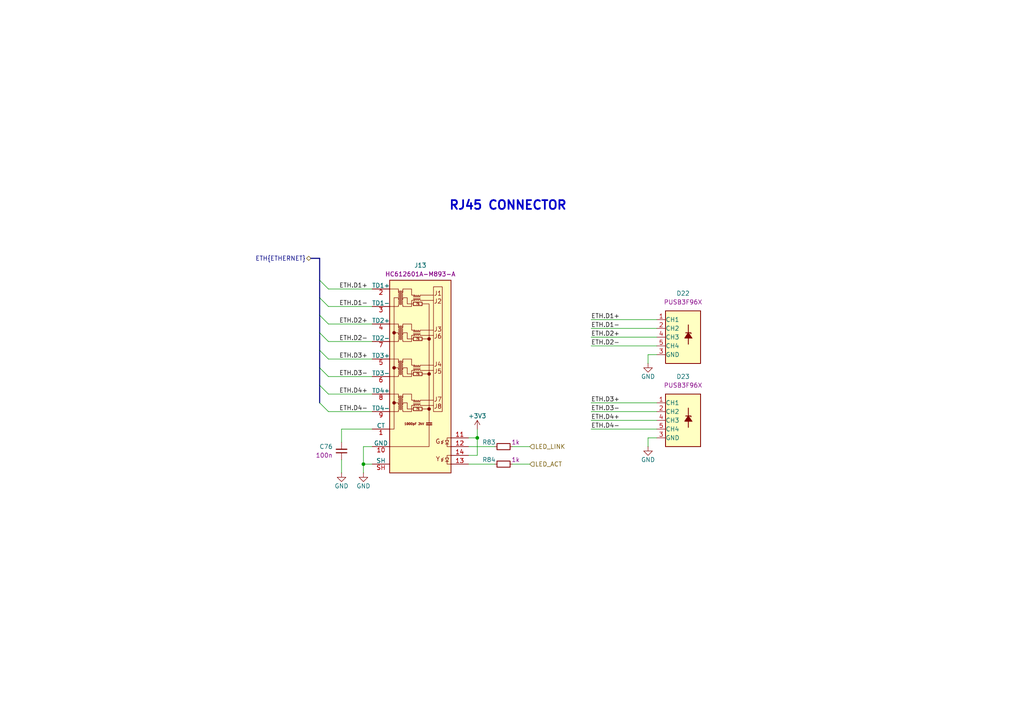
<source format=kicad_sch>
(kicad_sch (version 20250114) (generator "eeschema") (generator_version "9.0")
  (paper "A4")
  (title_block (title "ModuCard CM5 module") (date "2025-07-05") (rev "1.0.0") (company "KoNaR") (comment 1 "Project author: Dominik Pluta"))
  (lib_symbols
    (symbol "DW-TVS:PUSB3F96X" (pin_names (offset 0.002))
      (property "Reference" "D" (at 15.24 0 0))
      (property "MPN" "PUSB3F96X" (at 15.24 -15.24 0))
      (symbol "PUSB3F96X_1_1"
        (rectangle (start 2.54 -12.7) (end 12.7 2.54) (stroke (width 0.254)) (fill (type background)))
        (polyline (pts (xy 8.382 -3.81) (xy 9.906 -3.81) (xy 9.906 -4.064)) (stroke (width 0.254)))
        (polyline (pts (xy 9.144 -1.524) (xy 9.144 -7.112)) (stroke (width 0.254)))
        (polyline (pts (xy 10.16 -5.334) (xy 9.144 -3.81) (xy 8.128 -5.334) (xy 10.16 -5.334)) (stroke (width 0.254)) (fill (type outline)))
        (pin passive line (at 0 0 0) (length 2.54) (name "CH1") (number "1"))
        (pin passive line (at 0 0 0) (length 2.54) (hide yes) (name "CH1") (number "10"))
        (pin passive line (at 0 -2.54 0) (length 2.54) (name "CH2") (number "2"))
        (pin passive line (at 0 -2.54 0) (length 2.54) (hide yes) (name "CH2") (number "9"))
        (pin passive line (at 0 -5.08 0) (length 2.54) (name "CH3") (number "4"))
        (pin passive line (at 0 -5.08 0) (length 2.54) (hide yes) (name "CH3") (number "7"))
        (pin passive line (at 0 -7.62 0) (length 2.54) (name "CH4") (number "5"))
        (pin passive line (at 0 -7.62 0) (length 2.54) (hide yes) (name "CH4") (number "6"))
        (pin passive line (at 0 -10.16 0) (length 2.54) (name "GND") (number "3"))
        (pin passive line (at 0 -10.16 0) (length 2.54) (hide yes) (name "GND") (number "8"))
      )
    )
    (symbol "DW-capacitors:C-100n-0402" (pin_numbers (hide yes)) (pin_names (hide yes))
      (property "Reference" "C" (at 12.7 0 0))
      (property "Val" "100n" (at 12.7 -20.32 0))
      (symbol "C-100n-0402_0_1"
        (polyline (pts (xy 2.032 -1.524) (xy 2.032 1.524)) (stroke (width 0.3048)))
        (polyline (pts (xy 3.048 -1.524) (xy 3.048 1.524)) (stroke (width 0.3302)))
      )
      (symbol "C-100n-0402_1_1"
        (pin passive line (at 0 0 0) (length 2.032) (name "~") (number "1"))
        (pin passive line (at 5.08 0 180) (length 2.032) (name "~") (number "2"))
      )
    )
    (symbol "DW-connectors:RJ45_HC612601A-M893-A" (pin_names (offset 0))
      (property "Reference" "J" (at 25.4 0 0))
      (property "MPN" "HC612601A-M893-A" (at 25.4 -15.24 0))
      (symbol "RJ45_HC612601A-M893-A_0_0"
        (polyline (pts (xy 6.35 -2.54) (xy 7.62 -2.54)))
        (circle (center 6.35 -12.7) (radius 0.0001) (stroke (width 0.508)))
        (polyline (pts (xy 6.35 -22.86) (xy 7.62 -22.86)))
        (circle (center 6.35 -22.86) (radius 0.0001) (stroke (width 0.508)))
        (polyline (pts (xy 6.35 -33.02) (xy 7.62 -33.02)))
        (circle (center 6.35 -33.02) (radius 0.0001) (stroke (width 0.508)))
        (polyline (pts (xy 7.62 -12.7) (xy 6.35 -12.7)))
        (polyline (pts (xy 11.938 -4.318) (xy 10.16 -4.318) (xy 10.16 -2.54) (xy 8.89 -2.54)))
        (polyline (pts (xy 11.938 -14.478) (xy 10.16 -14.478) (xy 10.16 -12.7) (xy 8.89 -12.7)))
        (polyline (pts (xy 11.938 -24.638) (xy 10.16 -24.638) (xy 10.16 -22.86) (xy 8.89 -22.86)))
        (polyline (pts (xy 11.938 -34.798) (xy 10.16 -34.798) (xy 10.16 -33.02) (xy 8.89 -33.02)))
        (polyline (pts (xy 13.97 -1.778) (xy 17.78 -1.778)))
        (polyline (pts (xy 13.97 -3.302) (xy 17.78 -3.302)))
        (polyline (pts (xy 13.97 -11.938) (xy 17.78 -11.938)))
        (polyline (pts (xy 13.97 -13.462) (xy 17.78 -13.462)))
        (polyline (pts (xy 13.97 -22.098) (xy 17.78 -22.098)))
        (polyline (pts (xy 13.97 -23.622) (xy 17.78 -23.622)))
        (polyline (pts (xy 13.97 -32.258) (xy 17.78 -32.258)))
        (polyline (pts (xy 13.97 -33.782) (xy 17.78 -33.782)))
        (polyline (pts (xy 14.478 -34.798) (xy 16.51 -34.798)))
        (circle (center 16.51 -14.478) (radius 0.0001) (stroke (width 0.508)))
        (circle (center 16.51 -24.638) (radius 0.0001) (stroke (width 0.508)))
        (circle (center 16.51 -34.798) (radius 0.0001) (stroke (width 0.508)))
        (text "1000pF 2kV" (at 12.192 -39.116 0) (effects (font (size 0.635 0.635))))
        (text "G" (at 19.05 -44.196 0) (effects (font (size 1.27 1.27))))
        (text "Y" (at 19.05 -49.276 0) (effects (font (size 1.27 1.27))))
      )
      (symbol "RJ45_HC612601A-M893-A_0_1"
        (rectangle (start 5.08 2.54) (end 22.86 -53.34) (stroke (width 0.254)) (fill (type background)))
        (polyline (pts (xy 5.08 -40.64) (xy 6.35 -40.64) (xy 6.35 -2.54)))
        (circle (center 7.5946 -0.762) (radius 0.0762) (stroke (width 0.0254)) (fill (type outline)))
        (circle (center 7.5946 -2.794) (radius 0.0762) (stroke (width 0.0254)) (fill (type outline)))
        (circle (center 7.5946 -10.922) (radius 0.0762) (stroke (width 0.0254)) (fill (type outline)))
        (circle (center 7.5946 -12.954) (radius 0.0762) (stroke (width 0.0254)) (fill (type outline)))
        (circle (center 7.5946 -21.082) (radius 0.0762) (stroke (width 0.0254)) (fill (type outline)))
        (circle (center 7.5946 -23.114) (radius 0.0762) (stroke (width 0.0254)) (fill (type outline)))
        (circle (center 7.5946 -31.242) (radius 0.0762) (stroke (width 0.0254)) (fill (type outline)))
        (circle (center 7.5946 -33.274) (radius 0.0762) (stroke (width 0.0254)) (fill (type outline)))
        (arc (start 7.62 -2.032) (mid 7.873 -2.286) (end 7.62 -2.54))
        (arc (start 7.62 -2.54) (mid 7.873 -2.794) (end 7.62 -3.048))
        (arc (start 7.62 -12.192) (mid 7.873 -12.446) (end 7.62 -12.7))
        (arc (start 7.62 -12.7) (mid 7.873 -12.954) (end 7.62 -13.208))
        (arc (start 7.62 -22.352) (mid 7.873 -22.606) (end 7.62 -22.86))
        (arc (start 7.62 -22.86) (mid 7.873 -23.114) (end 7.62 -23.368))
        (arc (start 7.62 -32.512) (mid 7.873 -32.766) (end 7.62 -33.02))
        (arc (start 7.62 -33.02) (mid 7.873 -33.274) (end 7.62 -33.528))
        (polyline (pts (xy 7.62 -0.508) (xy 7.62 0) (xy 5.08 0)))
        (arc (start 7.62 -0.508) (mid 7.873 -0.762) (end 7.62 -1.016))
        (arc (start 7.62 -1.016) (mid 7.874 -1.27) (end 7.62 -1.524))
        (arc (start 7.62 -1.524) (mid 7.873 -1.778) (end 7.62 -2.032))
        (arc (start 7.62 -3.048) (mid 7.873 -3.302) (end 7.62 -3.556))
        (arc (start 7.62 -3.556) (mid 7.874 -3.81) (end 7.62 -4.064))
        (arc (start 7.62 -4.064) (mid 7.873 -4.318) (end 7.62 -4.572))
        (polyline (pts (xy 7.62 -4.572) (xy 7.62 -5.08) (xy 5.08 -5.08)))
        (polyline (pts (xy 7.62 -10.668) (xy 7.62 -10.16) (xy 5.08 -10.16)))
        (arc (start 7.62 -10.668) (mid 7.873 -10.922) (end 7.62 -11.176))
        (arc (start 7.62 -11.176) (mid 7.874 -11.43) (end 7.62 -11.684))
        (arc (start 7.62 -11.684) (mid 7.873 -11.938) (end 7.62 -12.192))
        (arc (start 7.62 -13.208) (mid 7.873 -13.462) (end 7.62 -13.716))
        (arc (start 7.62 -13.716) (mid 7.874 -13.97) (end 7.62 -14.224))
        (arc (start 7.62 -14.224) (mid 7.873 -14.478) (end 7.62 -14.732))
        (polyline (pts (xy 7.62 -14.732) (xy 7.62 -15.24) (xy 5.08 -15.24)))
        (polyline (pts (xy 7.62 -20.828) (xy 7.62 -20.32) (xy 5.08 -20.32)))
        (arc (start 7.62 -20.828) (mid 7.873 -21.082) (end 7.62 -21.336))
        (arc (start 7.62 -21.336) (mid 7.874 -21.59) (end 7.62 -21.844))
        (arc (start 7.62 -21.844) (mid 7.873 -22.098) (end 7.62 -22.352))
        (arc (start 7.62 -23.368) (mid 7.873 -23.622) (end 7.62 -23.876))
        (arc (start 7.62 -23.876) (mid 7.874 -24.13) (end 7.62 -24.384))
        (arc (start 7.62 -24.384) (mid 7.873 -24.638) (end 7.62 -24.892))
        (polyline (pts (xy 7.62 -24.892) (xy 7.62 -25.4) (xy 5.08 -25.4)))
        (polyline (pts (xy 7.62 -30.988) (xy 7.62 -30.48) (xy 5.08 -30.48)))
        (arc (start 7.62 -30.988) (mid 7.873 -31.242) (end 7.62 -31.496))
        (arc (start 7.62 -31.496) (mid 7.874 -31.75) (end 7.62 -32.004))
        (arc (start 7.62 -32.004) (mid 7.873 -32.258) (end 7.62 -32.512))
        (arc (start 7.62 -33.528) (mid 7.873 -33.782) (end 7.62 -34.036))
        (arc (start 7.62 -34.036) (mid 7.874 -34.29) (end 7.62 -34.544))
        (arc (start 7.62 -34.544) (mid 7.873 -34.798) (end 7.62 -35.052))
        (polyline (pts (xy 7.62 -35.052) (xy 7.62 -35.56) (xy 5.08 -35.56)))
        (polyline (pts (xy 8.128 -4.572) (xy 8.128 -0.508)))
        (polyline (pts (xy 8.128 -14.732) (xy 8.128 -10.668)))
        (polyline (pts (xy 8.128 -24.892) (xy 8.128 -20.828)))
        (polyline (pts (xy 8.128 -35.052) (xy 8.128 -30.988)))
        (polyline (pts (xy 8.382 -0.508) (xy 8.382 -4.572)))
        (polyline (pts (xy 8.382 -10.668) (xy 8.382 -14.732)))
        (polyline (pts (xy 8.382 -20.828) (xy 8.382 -24.892)))
        (polyline (pts (xy 8.382 -30.988) (xy 8.382 -35.052)))
        (arc (start 8.89 -1.016) (mid 8.637 -0.762) (end 8.89 -0.508))
        (arc (start 8.89 -1.524) (mid 8.636 -1.27) (end 8.89 -1.016))
        (arc (start 8.89 -2.032) (mid 8.637 -1.778) (end 8.89 -1.524))
        (arc (start 8.89 -3.556) (mid 8.637 -3.302) (end 8.89 -3.048))
        (arc (start 8.89 -4.064) (mid 8.636 -3.81) (end 8.89 -3.556))
        (arc (start 8.89 -4.572) (mid 8.637 -4.318) (end 8.89 -4.064))
        (polyline (pts (xy 8.89 -4.572) (xy 8.89 -5.08) (xy 11.43 -5.08) (xy 11.43 -3.302) (xy 11.938 -3.302)))
        (arc (start 8.89 -11.176) (mid 8.637 -10.922) (end 8.89 -10.668))
        (arc (start 8.89 -11.684) (mid 8.636 -11.43) (end 8.89 -11.176))
        (arc (start 8.89 -12.192) (mid 8.637 -11.938) (end 8.89 -11.684))
        (arc (start 8.89 -13.716) (mid 8.637 -13.462) (end 8.89 -13.208))
        (arc (start 8.89 -14.224) (mid 8.636 -13.97) (end 8.89 -13.716))
        (arc (start 8.89 -14.732) (mid 8.637 -14.478) (end 8.89 -14.224))
        (polyline (pts (xy 8.89 -14.732) (xy 8.89 -15.24) (xy 11.43 -15.24) (xy 11.43 -13.462) (xy 11.938 -13.462)))
        (arc (start 8.89 -21.336) (mid 8.637 -21.082) (end 8.89 -20.828))
        (arc (start 8.89 -21.844) (mid 8.636 -21.59) (end 8.89 -21.336))
        (arc (start 8.89 -22.352) (mid 8.637 -22.098) (end 8.89 -21.844))
        (arc (start 8.89 -23.876) (mid 8.637 -23.622) (end 8.89 -23.368))
        (arc (start 8.89 -24.384) (mid 8.636 -24.13) (end 8.89 -23.876))
        (arc (start 8.89 -24.892) (mid 8.637 -24.638) (end 8.89 -24.384))
        (polyline (pts (xy 8.89 -24.892) (xy 8.89 -25.4) (xy 11.43 -25.4) (xy 11.43 -23.622) (xy 11.938 -23.622)))
        (arc (start 8.89 -31.496) (mid 8.637 -31.242) (end 8.89 -30.988))
        (arc (start 8.89 -32.004) (mid 8.636 -31.75) (end 8.89 -31.496))
        (arc (start 8.89 -32.512) (mid 8.637 -32.258) (end 8.89 -32.004))
        (arc (start 8.89 -34.036) (mid 8.637 -33.782) (end 8.89 -33.528))
        (arc (start 8.89 -34.544) (mid 8.636 -34.29) (end 8.89 -34.036))
        (arc (start 8.89 -35.052) (mid 8.637 -34.798) (end 8.89 -34.544))
        (polyline (pts (xy 8.89 -35.052) (xy 8.89 -35.56) (xy 11.43 -35.56) (xy 11.43 -33.782) (xy 11.938 -33.782)))
        (arc (start 8.89 -2.54) (mid 8.637 -2.286) (end 8.89 -2.032))
        (arc (start 8.89 -3.048) (mid 8.637 -2.794) (end 8.89 -2.54))
        (arc (start 8.89 -12.7) (mid 8.637 -12.446) (end 8.89 -12.192))
        (arc (start 8.89 -13.208) (mid 8.637 -12.954) (end 8.89 -12.7))
        (arc (start 8.89 -22.86) (mid 8.637 -22.606) (end 8.89 -22.352))
        (arc (start 8.89 -23.368) (mid 8.637 -23.114) (end 8.89 -22.86))
        (arc (start 8.89 -33.02) (mid 8.637 -32.766) (end 8.89 -32.512))
        (arc (start 8.89 -33.528) (mid 8.637 -33.274) (end 8.89 -33.02))
        (circle (center 8.9154 -0.762) (radius 0.0762) (stroke (width 0.0254)) (fill (type outline)))
        (circle (center 8.9154 -2.794) (radius 0.0762) (stroke (width 0.0254)) (fill (type outline)))
        (circle (center 8.9154 -10.922) (radius 0.0762) (stroke (width 0.0254)) (fill (type outline)))
        (circle (center 8.9154 -12.954) (radius 0.0762) (stroke (width 0.0254)) (fill (type outline)))
        (circle (center 8.9154 -21.082) (radius 0.0762) (stroke (width 0.0254)) (fill (type outline)))
        (circle (center 8.9154 -23.114) (radius 0.0762) (stroke (width 0.0254)) (fill (type outline)))
        (circle (center 8.9154 -31.242) (radius 0.0762) (stroke (width 0.0254)) (fill (type outline)))
        (circle (center 8.9154 -33.274) (radius 0.0762) (stroke (width 0.0254)) (fill (type outline)))
        (polyline (pts (xy 11.938 -1.778) (xy 11.43 -1.778) (xy 11.43 0) (xy 8.89 0) (xy 8.89 -0.508)))
        (polyline (pts (xy 11.938 -2.286) (xy 13.97 -2.286)))
        (polyline (pts (xy 11.938 -11.938) (xy 11.43 -11.938) (xy 11.43 -10.16) (xy 8.89 -10.16) (xy 8.89 -10.668)))
        (polyline (pts (xy 11.938 -12.446) (xy 13.97 -12.446)))
        (polyline (pts (xy 11.938 -22.098) (xy 11.43 -22.098) (xy 11.43 -20.32) (xy 8.89 -20.32) (xy 8.89 -20.828)))
        (polyline (pts (xy 11.938 -22.606) (xy 13.97 -22.606)))
        (polyline (pts (xy 11.938 -32.258) (xy 11.43 -32.258) (xy 11.43 -30.48) (xy 8.89 -30.48) (xy 8.89 -30.988)))
        (polyline (pts (xy 11.938 -32.766) (xy 13.97 -32.766)))
        (circle (center 12.192 -1.7526) (radius 0.0762) (stroke (width 0.0254)) (fill (type outline)))
        (arc (start 12.446 -1.778) (mid 12.192 -2.0309) (end 11.938 -1.778))
        (arc (start 11.938 -3.302) (mid 12.192 -3.0491) (end 12.446 -3.302))
        (circle (center 12.192 -3.3274) (radius 0.0762) (stroke (width 0.0254)) (fill (type outline)))
        (circle (center 12.192 -11.9126) (radius 0.0762) (stroke (width 0.0254)) (fill (type outline)))
        (arc (start 12.446 -11.938) (mid 12.192 -12.1909) (end 11.938 -11.938))
        (arc (start 11.938 -13.462) (mid 12.192 -13.2091) (end 12.446 -13.462))
        (circle (center 12.192 -13.4874) (radius 0.0762) (stroke (width 0.0254)) (fill (type outline)))
        (circle (center 12.192 -22.0726) (radius 0.0762) (stroke (width 0.0254)) (fill (type outline)))
        (arc (start 12.446 -22.098) (mid 12.192 -22.3509) (end 11.938 -22.098))
        (arc (start 11.938 -23.622) (mid 12.192 -23.3691) (end 12.446 -23.622))
        (circle (center 12.192 -23.6474) (radius 0.0762) (stroke (width 0.0254)) (fill (type outline)))
        (circle (center 12.192 -32.2326) (radius 0.0762) (stroke (width 0.0254)) (fill (type outline)))
        (arc (start 12.446 -32.258) (mid 12.192 -32.5109) (end 11.938 -32.258))
        (arc (start 11.938 -33.782) (mid 12.192 -33.5291) (end 12.446 -33.782))
        (circle (center 12.192 -33.8074) (radius 0.0762) (stroke (width 0.0254)) (fill (type outline)))
        (arc (start 12.954 -1.778) (mid 12.7 -2.0309) (end 12.446 -1.778))
        (arc (start 12.446 -3.302) (mid 12.7 -3.0491) (end 12.954 -3.302))
        (arc (start 12.954 -11.938) (mid 12.7 -12.1909) (end 12.446 -11.938))
        (arc (start 12.446 -13.462) (mid 12.7 -13.2091) (end 12.954 -13.462))
        (arc (start 12.954 -22.098) (mid 12.7 -22.3509) (end 12.446 -22.098))
        (arc (start 12.446 -23.622) (mid 12.7 -23.3691) (end 12.954 -23.622))
        (arc (start 12.954 -32.258) (mid 12.7 -32.5109) (end 12.446 -32.258))
        (arc (start 12.446 -33.782) (mid 12.7 -33.5291) (end 12.954 -33.782))
        (arc (start 13.462 -1.778) (mid 13.208 -2.0309) (end 12.954 -1.778))
        (arc (start 12.954 -3.302) (mid 13.208 -3.0491) (end 13.462 -3.302))
        (arc (start 13.462 -11.938) (mid 13.208 -12.1909) (end 12.954 -11.938))
        (arc (start 12.954 -13.462) (mid 13.208 -13.2091) (end 13.462 -13.462))
        (arc (start 13.462 -22.098) (mid 13.208 -22.3509) (end 12.954 -22.098))
        (arc (start 12.954 -23.622) (mid 13.208 -23.3691) (end 13.462 -23.622))
        (arc (start 13.462 -32.258) (mid 13.208 -32.5109) (end 12.954 -32.258))
        (arc (start 12.954 -33.782) (mid 13.208 -33.5291) (end 13.462 -33.782))
        (arc (start 13.97 -1.778) (mid 13.716 -2.0309) (end 13.462 -1.778))
        (arc (start 13.462 -3.302) (mid 13.716 -3.0491) (end 13.97 -3.302))
        (arc (start 13.97 -11.938) (mid 13.716 -12.1909) (end 13.462 -11.938))
        (arc (start 13.462 -13.462) (mid 13.716 -13.2091) (end 13.97 -13.462))
        (arc (start 13.97 -22.098) (mid 13.716 -22.3509) (end 13.462 -22.098))
        (arc (start 13.462 -23.622) (mid 13.716 -23.3691) (end 13.97 -23.622))
        (arc (start 13.97 -32.258) (mid 13.716 -32.5109) (end 13.462 -32.258))
        (arc (start 13.462 -33.782) (mid 13.716 -33.5291) (end 13.97 -33.782))
        (polyline (pts (xy 13.97 -2.794) (xy 11.938 -2.794)))
        (polyline (pts (xy 13.97 -12.954) (xy 11.938 -12.954)))
        (polyline (pts (xy 13.97 -23.114) (xy 11.938 -23.114)))
        (polyline (pts (xy 13.97 -33.274) (xy 11.938 -33.274)))
        (rectangle (start 14.478 -4.826) (end 11.938 -3.81) (stroke (width 0.2032)))
        (rectangle (start 14.478 -14.986) (end 11.938 -13.97) (stroke (width 0.2032)))
        (polyline (pts (xy 14.478 -24.638) (xy 16.51 -24.638)))
        (rectangle (start 14.478 -25.146) (end 11.938 -24.13) (stroke (width 0.2032)))
        (rectangle (start 14.478 -35.306) (end 11.938 -34.29) (stroke (width 0.2032)))
        (polyline (pts (xy 16.51 -14.478) (xy 14.478 -14.478)))
        (polyline (pts (xy 16.51 -38.735) (xy 16.51 -4.318) (xy 14.478 -4.318)))
        (polyline (pts (xy 16.51 -39.37) (xy 16.51 -45.72) (xy 5.08 -45.72)))
        (polyline (pts (xy 17.272 -38.862) (xy 15.748 -38.862)) (stroke (width 0.3048)))
        (polyline (pts (xy 17.272 -39.37) (xy 15.748 -39.37)) (stroke (width 0.3302)))
        (rectangle (start 17.78 0.635) (end 20.32 -35.56))
        (polyline (pts (xy 20.1295 -44.3865) (xy 20.6375 -43.8785)))
        (polyline (pts (xy 20.1295 -44.8945) (xy 20.6375 -44.3865)))
        (polyline (pts (xy 20.1295 -49.4665) (xy 20.6375 -48.9585)))
        (polyline (pts (xy 20.1295 -49.9745) (xy 20.6375 -49.4665)))
        (polyline (pts (xy 20.3835 -44.3865) (xy 20.1295 -44.3865) (xy 20.1295 -44.1325)))
        (polyline (pts (xy 20.3835 -44.8945) (xy 20.1295 -44.8945) (xy 20.1295 -44.6405)))
        (polyline (pts (xy 20.3835 -49.4665) (xy 20.1295 -49.4665) (xy 20.1295 -49.2125)))
        (polyline (pts (xy 20.3835 -49.9745) (xy 20.1295 -49.9745) (xy 20.1295 -49.7205)))
        (polyline (pts (xy 21.717 -44.958) (xy 22.225 -43.942) (xy 21.209 -43.942) (xy 21.717 -44.958)))
        (polyline (pts (xy 21.717 -50.038) (xy 22.225 -49.022) (xy 21.209 -49.022) (xy 21.717 -50.038)))
        (polyline (pts (xy 22.225 -44.958) (xy 21.209 -44.958)))
        (polyline (pts (xy 22.225 -50.038) (xy 21.209 -50.038)))
        (polyline (pts (xy 22.86 -43.18) (xy 21.717 -43.18) (xy 21.717 -43.942)))
        (polyline (pts (xy 22.86 -45.72) (xy 21.717 -45.72) (xy 21.717 -44.958)))
        (polyline (pts (xy 22.86 -48.26) (xy 21.717 -48.26) (xy 21.717 -49.022)))
        (polyline (pts (xy 22.86 -50.8) (xy 21.717 -50.8) (xy 21.717 -50.038)))
      )
      (symbol "RJ45_HC612601A-M893-A_1_0"
        (text "75" (at 13.208 -4.318 0) (effects (font (size 0.508 0.508))))
        (text "75" (at 13.208 -14.478 0) (effects (font (size 0.508 0.508))))
        (text "75" (at 13.208 -24.638 0) (effects (font (size 0.508 0.508))))
        (text "75" (at 13.208 -34.798 0) (effects (font (size 0.508 0.508))))
      )
      (symbol "RJ45_HC612601A-M893-A_1_1"
        (text "J1" (at 19.05 -1.27 0) (effects (font (size 1.27 1.27))))
        (text "J2" (at 19.05 -3.556 0) (effects (font (size 1.27 1.27))))
        (text "J3" (at 19.05 -11.684 0) (effects (font (size 1.27 1.27))))
        (text "J6" (at 19.05 -13.716 0) (effects (font (size 1.27 1.27))))
        (text "J4" (at 19.05 -21.844 0) (effects (font (size 1.27 1.27))))
        (text "J5" (at 19.05 -23.876 0) (effects (font (size 1.27 1.27))))
        (text "J7" (at 19.05 -32.004 0) (effects (font (size 1.27 1.27))))
        (text "J8" (at 19.05 -34.036 0) (effects (font (size 1.27 1.27))))
        (pin passive line (at 0 0 0) (length 5.08) (name "TD1+") (number "2"))
        (pin passive line (at 0 -5.08 0) (length 5.08) (name "TD1-") (number "3"))
        (pin passive line (at 0 -10.16 0) (length 5.08) (name "TD2+") (number "4"))
        (pin passive line (at 0 -15.24 0) (length 5.08) (name "TD2-") (number "7"))
        (pin passive line (at 0 -20.32 0) (length 5.08) (name "TD3+") (number "5"))
        (pin passive line (at 0 -25.4 0) (length 5.08) (name "TD3-") (number "6"))
        (pin passive line (at 0 -30.48 0) (length 5.08) (name "TD4+") (number "8"))
        (pin passive line (at 0 -35.56 0) (length 5.08) (name "TD4-") (number "9"))
        (pin passive line (at 0 -40.64 0) (length 5.08) (name "CT") (number "1"))
        (pin power_in line (at 0 -45.72 0) (length 5.08) (name "GND") (number "10"))
        (pin passive line (at 0 -50.8 0) (length 5.08) (name "SH") (number "SH"))
        (pin passive line (at 27.94 -43.18 180) (length 5.08) (name "~") (number "11"))
        (pin passive line (at 27.94 -45.72 180) (length 5.08) (name "~") (number "12"))
        (pin passive line (at 27.94 -48.26 180) (length 5.08) (name "~") (number "14"))
        (pin passive line (at 27.94 -50.8 180) (length 5.08) (name "~") (number "13"))
      )
    )
    (symbol "DW-power-symbols:+3V3" (power) (pin_numbers (hide yes)) (pin_names (offset 0) (hide yes))
      (property "Value" "+3V3" (at 0 3.556 0))
      (symbol "+3V3_0_1"
        (polyline (pts (xy -0.762 1.27) (xy 0 2.54)))
        (polyline (pts (xy 0 2.54) (xy 0.762 1.27)))
        (polyline (pts (xy 0 0) (xy 0 2.54)))
      )
      (symbol "+3V3_1_1"
        (pin power_in line (at 0 0 90) (length 0) (name "~") (number "1"))
      )
    )
    (symbol "DW-power-symbols:GND" (power) (pin_numbers (hide yes)) (pin_names (offset 0) (hide yes))
      (property "Value" "GND" (at 0 -3.81 0))
      (symbol "GND_0_1"
        (polyline (pts (xy 0 0) (xy 0 -1.27) (xy 1.27 -1.27) (xy 0 -2.54) (xy -1.27 -1.27) (xy 0 -1.27)))
      )
      (symbol "GND_1_1"
        (pin power_in line (at 0 0 270) (length 0) (name "~") (number "1"))
      )
    )
    (symbol "DW-resistors:R-1k-0402" (pin_numbers (hide yes)) (pin_names (offset 0) (hide yes))
      (property "Reference" "R" (at 12.7 0 0))
      (property "Val" "1k" (at 12.7 -20.32 0))
      (symbol "R-1k-0402_0_1"
        (rectangle (start 0.635 0.889) (end 4.445 -0.889) (stroke (width 0.254)))
      )
      (symbol "R-1k-0402_1_1"
        (pin passive line (at 0 0 0) (length 0.635) (name "~") (number "1"))
        (pin passive line (at 5.08 0 180) (length 0.635) (name "~") (number "2"))
      )
    )
  )
  (bus_alias "ETHERNET" (members "D1+" "D1-" "D2+" "D2-" "D3+" "D3-" "D4+" "D4-" "LED_ACT" "LED_LINK"))
  (text "RJ45 CONNECTOR" (at 147.32 59.69 0) (effects (font (size 2.54 2.54) (thickness 0.508) (bold yes))))
  (junction (at 138.43 127))
  (junction (at 105.41 134.62))
  (bus_entry (at 95.25 109.22) (size -2.54 -2.54))
  (bus_entry (at 95.25 114.3) (size -2.54 -2.54))
  (bus_entry (at 95.25 104.14) (size -2.54 -2.54))
  (bus_entry (at 95.25 83.82) (size -2.54 -2.54))
  (bus_entry (at 95.25 119.38) (size -2.54 -2.54))
  (bus_entry (at 95.25 99.06) (size -2.54 -2.54))
  (bus_entry (at 95.25 88.9) (size -2.54 -2.54))
  (bus_entry (at 95.25 93.98) (size -2.54 -2.54))
  (wire (pts (xy 190.5 116.84) (xy 171.45 116.84)))
  (wire (pts (xy 190.5 119.38) (xy 171.45 119.38)))
  (wire (pts (xy 95.25 88.9) (xy 107.95 88.9)))
  (wire (pts (xy 187.96 127) (xy 187.96 129.54)))
  (wire (pts (xy 190.5 92.71) (xy 171.45 92.71)))
  (bus (pts (xy 92.71 101.6) (xy 92.71 106.68)))
  (bus (pts (xy 92.71 96.52) (xy 92.71 101.6)))
  (wire (pts (xy 135.89 129.54) (xy 143.51 129.54)))
  (wire (pts (xy 95.25 109.22) (xy 107.95 109.22)))
  (wire (pts (xy 107.95 124.46) (xy 99.06 124.46)))
  (wire (pts (xy 190.5 95.25) (xy 171.45 95.25)))
  (bus (pts (xy 92.71 74.93) (xy 92.71 81.28)))
  (wire (pts (xy 107.95 129.54) (xy 105.41 129.54)))
  (wire (pts (xy 190.5 100.33) (xy 171.45 100.33)))
  (wire (pts (xy 190.5 124.46) (xy 171.45 124.46)))
  (wire (pts (xy 95.25 114.3) (xy 107.95 114.3)))
  (bus (pts (xy 92.71 106.68) (xy 92.71 111.76)))
  (wire (pts (xy 138.43 127) (xy 135.89 127)))
  (wire (pts (xy 138.43 124.46) (xy 138.43 127)))
  (wire (pts (xy 190.5 121.92) (xy 171.45 121.92)))
  (wire (pts (xy 148.59 129.54) (xy 153.67 129.54)))
  (wire (pts (xy 107.95 134.62) (xy 105.41 134.62)))
  (wire (pts (xy 95.25 93.98) (xy 107.95 93.98)))
  (wire (pts (xy 138.43 132.08) (xy 138.43 127)))
  (wire (pts (xy 148.59 134.62) (xy 153.67 134.62)))
  (bus (pts (xy 92.71 86.36) (xy 92.71 91.44)))
  (wire (pts (xy 187.96 102.87) (xy 187.96 105.41)))
  (bus (pts (xy 92.71 111.76) (xy 92.71 116.84)))
  (wire (pts (xy 190.5 97.79) (xy 171.45 97.79)))
  (wire (pts (xy 95.25 104.14) (xy 107.95 104.14)))
  (wire (pts (xy 99.06 124.46) (xy 99.06 128.27)))
  (wire (pts (xy 135.89 132.08) (xy 138.43 132.08)))
  (bus (pts (xy 92.71 91.44) (xy 92.71 96.52)))
  (wire (pts (xy 190.5 102.87) (xy 187.96 102.87)))
  (bus (pts (xy 92.71 81.28) (xy 92.71 86.36)))
  (bus (pts (xy 90.17 74.93) (xy 92.71 74.93)))
  (wire (pts (xy 105.41 134.62) (xy 105.41 137.16)))
  (wire (pts (xy 95.25 119.38) (xy 107.95 119.38)))
  (wire (pts (xy 95.25 99.06) (xy 107.95 99.06)))
  (wire (pts (xy 99.06 133.35) (xy 99.06 137.16)))
  (wire (pts (xy 105.41 129.54) (xy 105.41 134.62)))
  (wire (pts (xy 135.89 134.62) (xy 143.51 134.62)))
  (wire (pts (xy 190.5 127) (xy 187.96 127)))
  (wire (pts (xy 95.25 83.82) (xy 107.95 83.82)))
  (label "ETH.D1+" (at 171.45 92.71 0))
  (label "ETH.D1+" (at 106.68 83.82 180))
  (label "ETH.D4-" (at 106.68 119.38 180))
  (label "ETH.D3-" (at 171.45 119.38 0))
  (label "ETH.D3-" (at 106.68 109.22 180))
  (label "ETH.D1-" (at 171.45 95.25 0))
  (label "ETH.D2-" (at 171.45 100.33 0))
  (label "ETH.D3+" (at 171.45 116.84 0))
  (label "ETH.D2+" (at 106.68 93.98 180))
  (label "ETH.D2-" (at 106.68 99.06 180))
  (label "ETH.D4-" (at 171.45 124.46 0))
  (label "ETH.D4+" (at 106.68 114.3 180))
  (label "ETH.D2+" (at 171.45 97.79 0))
  (label "ETH.D4+" (at 171.45 121.92 0))
  (label "ETH.D3+" (at 106.68 104.14 180))
  (label "ETH.D1-" (at 106.68 88.9 180))
  (hierarchical_label "LED_ACT" (shape input) (at 153.67 134.62 0))
  (hierarchical_label "LED_LINK" (shape input) (at 153.67 129.54 0))
  (hierarchical_label "ETH{ETHERNET}" (shape bidirectional) (at 90.17 74.93 180))
  (symbol (lib_id "DW-power-symbols:GND") (at 187.96 105.41 0) (mirror y) (unit 1)
    (property "Reference" "#PWR0194" (effects (hide yes)))
    (property "Value" "GND" (at 187.96 109.22 0))
    (property "Description" "Power symbol creates a global label with name \"GND\" , ground" (effects (hide yes)))
  )
  (symbol (lib_id "DW-power-symbols:GND") (at 105.41 137.16 0) (mirror y) (unit 1)
    (property "Reference" "#PWR0193" (effects (hide yes)))
    (property "Value" "GND" (at 105.41 140.97 0))
    (property "Description" "Power symbol creates a global label with name \"GND\" , ground" (effects (hide yes)))
  )
  (symbol (lib_id "DW-power-symbols:+3V3") (at 138.43 124.46 0) (unit 1)
    (property "Reference" "#PWR0191" (effects (hide yes)))
    (property "Value" "+3V3" (at 138.43 120.65 0))
    (property "Description" "Power symbol creates a global label with name \"+3V3\"" (effects (hide yes)))
  )
  (symbol (lib_id "DW-TVS:PUSB3F96X") (at 190.5 92.71 0) (unit 1)
    (property "Reference" "D22" (at 198.12 85.09 0))
    (property "Value" "PUSB3F96X" (effects (hide yes)))
    (property "Footprint" "DW-footprints:SOT1176-1" (effects (hide yes)))
    (property "Datasheet" "https://mouser.com/datasheet/2/916/PUSB3F96-1600324.pdf" (effects (hide yes)))
    (property "Description" "TVS diode array, 10 kV, DFN-2510, 5.5 V, 0.5 pF" (effects (hide yes)))
    (property "Manufacturer" "Nexperia" (effects (hide yes)))
    (property "MPN" "PUSB3F96X" (at 198.12 87.63 0))
    (property "LCSC" "C478121" (effects (hide yes)))
  )
  (symbol (lib_id "DW-resistors:R-1k-0402") (at 143.51 134.62 0) (unit 1)
    (property "Reference" "R84" (at 143.764 133.35 0) (effects (justify right)))
    (property "Value" "R-1k-0402" (effects (hide yes)))
    (property "Footprint" "DW-footprints:R_0402_1005Metric" (effects (hide yes)))
    (property "Datasheet" "https://lcsc.com/datasheet/lcsc_datasheet_2411221126_UNI-ROYAL-Uniroyal-Elec-0402WGF1001TCE_C11702.pdf" (effects (hide yes)))
    (property "Description" "62.5mW Thick Film Resistor 50V ±100ppm/℃ ±1% 1kΩ 0402 Chip Resistor - Surface Mount ROHS" (effects (hide yes)))
    (property "Manufacturer" "UNI-ROYAL(Uniroyal Elec)" (effects (hide yes)))
    (property "MPN" "0402WGF1001TCE" (effects (hide yes)))
    (property "LCSC" "C11702" (effects (hide yes)))
    (property "Val" "1k" (at 148.336 133.35 0) (effects (justify left)))
    (property "Tolerance" "1%" (effects (hide yes)))
  )
  (symbol (lib_id "DW-resistors:R-1k-0402") (at 143.51 129.54 0) (unit 1)
    (property "Reference" "R83" (at 143.764 128.27 0) (effects (justify right)))
    (property "Value" "R-1k-0402" (effects (hide yes)))
    (property "Footprint" "DW-footprints:R_0402_1005Metric" (effects (hide yes)))
    (property "Datasheet" "https://lcsc.com/datasheet/lcsc_datasheet_2411221126_UNI-ROYAL-Uniroyal-Elec-0402WGF1001TCE_C11702.pdf" (effects (hide yes)))
    (property "Description" "62.5mW Thick Film Resistor 50V ±100ppm/℃ ±1% 1kΩ 0402 Chip Resistor - Surface Mount ROHS" (effects (hide yes)))
    (property "Manufacturer" "UNI-ROYAL(Uniroyal Elec)" (effects (hide yes)))
    (property "MPN" "0402WGF1001TCE" (effects (hide yes)))
    (property "LCSC" "C11702" (effects (hide yes)))
    (property "Val" "1k" (at 148.336 128.27 0) (effects (justify left)))
    (property "Tolerance" "1%" (effects (hide yes)))
  )
  (symbol (lib_id "DW-power-symbols:GND") (at 187.96 129.54 0) (mirror y) (unit 1)
    (property "Reference" "#PWR0195" (effects (hide yes)))
    (property "Value" "GND" (at 187.96 133.35 0))
    (property "Description" "Power symbol creates a global label with name \"GND\" , ground" (effects (hide yes)))
  )
  (symbol (lib_id "DW-connectors:RJ45_HC612601A-M893-A") (at 107.95 83.82 0) (unit 1)
    (property "Reference" "J13" (at 121.92 76.962 0))
    (property "Value" "RJ45_HC612601A-M893-A" (effects (hide yes)))
    (property "Footprint" "DW-footprints:RJ45_HC612601A-M893-A" (effects (hide yes)))
    (property "Datasheet" "https://lcsc.com/datasheet/lcsc_datasheet_2504101957_HCTL-HC612601A-M893-A_C3021368.pdf" (effects (hide yes)))
    (property "Description" "RJ45 Jack Shielded 1 Right Angle Gold Phosphor Bronze With LED 0℃~+70℃ Plugin Ethernet" (effects (hide yes)))
    (property "Manufacturer" "HCTL" (effects (hide yes)))
    (property "MPN" "HC612601A-M893-A" (at 121.92 79.502 0))
    (property "LCSC" "C3021368" (effects (hide yes)))
  )
  (symbol (lib_id "DW-power-symbols:GND") (at 99.06 137.16 0) (mirror y) (unit 1)
    (property "Reference" "#PWR0192" (effects (hide yes)))
    (property "Value" "GND" (at 99.06 140.97 0))
    (property "Description" "Power symbol creates a global label with name \"GND\" , ground" (effects (hide yes)))
  )
  (symbol (lib_id "DW-capacitors:C-100n-0402") (at 99.06 133.35 270) (mirror x) (unit 1)
    (property "Reference" "C76" (at 96.52 129.5336 90) (effects (justify right)))
    (property "Value" "C-100n-0402" (effects (hide yes)))
    (property "Footprint" "DW-footprints:C_0402_1005Metric" (effects (hide yes)))
    (property "Datasheet" "https://lcsc.com/datasheet/lcsc_datasheet_2304140030_Samsung-Electro-Mechanics-CL05B104KB54PNC_C307331.pdf" (effects (hide yes)))
    (property "Description" "50V 100nF X7R ±10% 0402 Multilayer Ceramic Capacitors MLCC - SMD/SMT ROHS" (effects (hide yes)))
    (property "Manufacturer" "Samsung Electro-Mechanics" (effects (hide yes)))
    (property "MPN" "CL05B104KB54PNC" (effects (hide yes)))
    (property "LCSC" "C307331" (effects (hide yes)))
    (property "Val" "100n" (at 96.52 132.0736 90) (effects (justify right)))
    (property "Tolerance" "10%" (effects (hide yes)))
    (property "Voltage" "50V" (effects (hide yes)))
    (property "Dielectric" "X7R" (effects (hide yes)))
  )
  (symbol (lib_id "DW-TVS:PUSB3F96X") (at 190.5 116.84 0) (unit 1)
    (property "Reference" "D23" (at 198.12 109.22 0))
    (property "Value" "PUSB3F96X" (effects (hide yes)))
    (property "Footprint" "DW-footprints:SOT1176-1" (effects (hide yes)))
    (property "Datasheet" "https://mouser.com/datasheet/2/916/PUSB3F96-1600324.pdf" (effects (hide yes)))
    (property "Description" "TVS diode array, 10 kV, DFN-2510, 5.5 V, 0.5 pF" (effects (hide yes)))
    (property "Manufacturer" "Nexperia" (effects (hide yes)))
    (property "MPN" "PUSB3F96X" (at 198.12 111.76 0))
    (property "LCSC" "C478121" (effects (hide yes)))
  )
)
</source>
